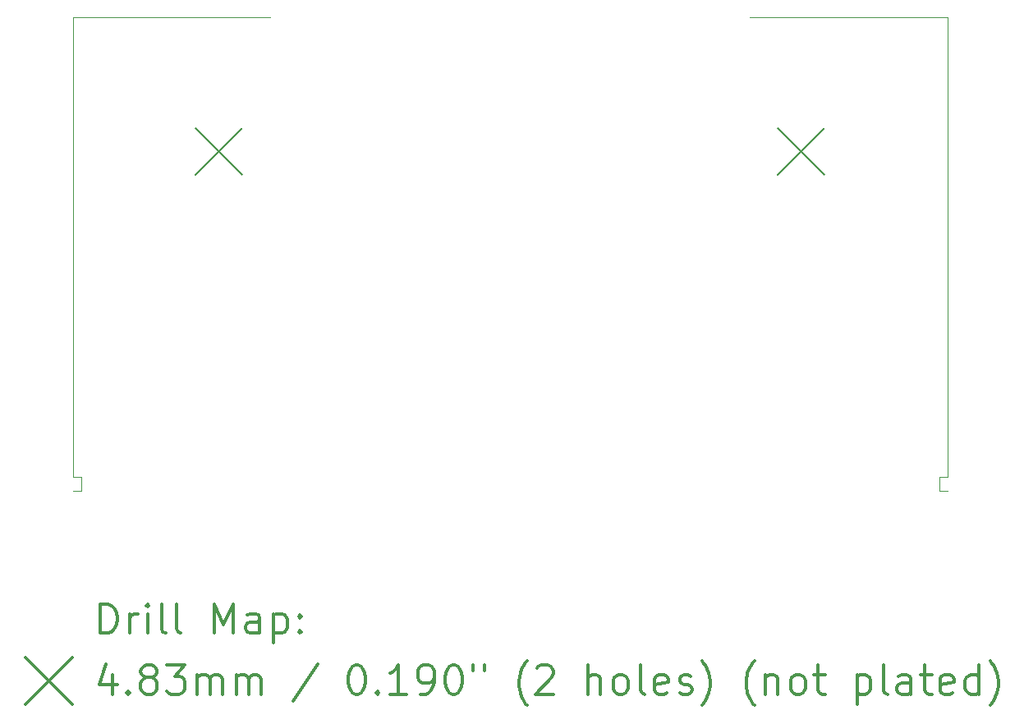
<source format=gbr>
%FSLAX45Y45*%
G04 Gerber Fmt 4.5, Leading zero omitted, Abs format (unit mm)*
G04 Created by KiCad (PCBNEW (5.1.9)-1) date 2021-06-11 00:57:44*
%MOMM*%
%LPD*%
G01*
G04 APERTURE LIST*
%TA.AperFunction,Profile*%
%ADD10C,0.050000*%
%TD*%
%ADD11C,0.200000*%
%ADD12C,0.300000*%
G04 APERTURE END LIST*
D10*
X19494500Y-6488000D02*
X17459101Y-6488000D01*
X19494500Y-11226800D02*
X19494500Y-6488000D01*
X10477500Y-6488000D02*
X12512899Y-6488000D01*
X10477500Y-11226800D02*
X10477500Y-6488000D01*
X10560050Y-11372850D02*
X10479162Y-11374025D01*
X10560050Y-11226800D02*
X10560050Y-11372850D01*
X10560050Y-11226800D02*
X10477500Y-11226800D01*
X19494500Y-11226800D02*
X19411950Y-11226800D01*
X19411950Y-11372850D02*
X19411950Y-11226800D01*
X19492625Y-11374000D02*
X19411950Y-11372850D01*
D11*
X11744700Y-7632700D02*
X12227300Y-8115300D01*
X12227300Y-7632700D02*
X11744700Y-8115300D01*
X17744700Y-7632700D02*
X18227300Y-8115300D01*
X18227300Y-7632700D02*
X17744700Y-8115300D01*
D12*
X10761428Y-12840246D02*
X10761428Y-12540246D01*
X10832857Y-12540246D01*
X10875714Y-12554532D01*
X10904286Y-12583103D01*
X10918571Y-12611675D01*
X10932857Y-12668818D01*
X10932857Y-12711675D01*
X10918571Y-12768818D01*
X10904286Y-12797389D01*
X10875714Y-12825961D01*
X10832857Y-12840246D01*
X10761428Y-12840246D01*
X11061428Y-12840246D02*
X11061428Y-12640246D01*
X11061428Y-12697389D02*
X11075714Y-12668818D01*
X11090000Y-12654532D01*
X11118571Y-12640246D01*
X11147143Y-12640246D01*
X11247143Y-12840246D02*
X11247143Y-12640246D01*
X11247143Y-12540246D02*
X11232857Y-12554532D01*
X11247143Y-12568818D01*
X11261428Y-12554532D01*
X11247143Y-12540246D01*
X11247143Y-12568818D01*
X11432857Y-12840246D02*
X11404286Y-12825961D01*
X11390000Y-12797389D01*
X11390000Y-12540246D01*
X11590000Y-12840246D02*
X11561428Y-12825961D01*
X11547143Y-12797389D01*
X11547143Y-12540246D01*
X11932857Y-12840246D02*
X11932857Y-12540246D01*
X12032857Y-12754532D01*
X12132857Y-12540246D01*
X12132857Y-12840246D01*
X12404286Y-12840246D02*
X12404286Y-12683103D01*
X12390000Y-12654532D01*
X12361428Y-12640246D01*
X12304286Y-12640246D01*
X12275714Y-12654532D01*
X12404286Y-12825961D02*
X12375714Y-12840246D01*
X12304286Y-12840246D01*
X12275714Y-12825961D01*
X12261428Y-12797389D01*
X12261428Y-12768818D01*
X12275714Y-12740246D01*
X12304286Y-12725961D01*
X12375714Y-12725961D01*
X12404286Y-12711675D01*
X12547143Y-12640246D02*
X12547143Y-12940246D01*
X12547143Y-12654532D02*
X12575714Y-12640246D01*
X12632857Y-12640246D01*
X12661428Y-12654532D01*
X12675714Y-12668818D01*
X12690000Y-12697389D01*
X12690000Y-12783103D01*
X12675714Y-12811675D01*
X12661428Y-12825961D01*
X12632857Y-12840246D01*
X12575714Y-12840246D01*
X12547143Y-12825961D01*
X12818571Y-12811675D02*
X12832857Y-12825961D01*
X12818571Y-12840246D01*
X12804286Y-12825961D01*
X12818571Y-12811675D01*
X12818571Y-12840246D01*
X12818571Y-12654532D02*
X12832857Y-12668818D01*
X12818571Y-12683103D01*
X12804286Y-12668818D01*
X12818571Y-12654532D01*
X12818571Y-12683103D01*
X9992400Y-13093232D02*
X10475000Y-13575832D01*
X10475000Y-13093232D02*
X9992400Y-13575832D01*
X10890000Y-13270246D02*
X10890000Y-13470246D01*
X10818571Y-13155961D02*
X10747143Y-13370246D01*
X10932857Y-13370246D01*
X11047143Y-13441675D02*
X11061428Y-13455961D01*
X11047143Y-13470246D01*
X11032857Y-13455961D01*
X11047143Y-13441675D01*
X11047143Y-13470246D01*
X11232857Y-13298818D02*
X11204286Y-13284532D01*
X11190000Y-13270246D01*
X11175714Y-13241675D01*
X11175714Y-13227389D01*
X11190000Y-13198818D01*
X11204286Y-13184532D01*
X11232857Y-13170246D01*
X11290000Y-13170246D01*
X11318571Y-13184532D01*
X11332857Y-13198818D01*
X11347143Y-13227389D01*
X11347143Y-13241675D01*
X11332857Y-13270246D01*
X11318571Y-13284532D01*
X11290000Y-13298818D01*
X11232857Y-13298818D01*
X11204286Y-13313103D01*
X11190000Y-13327389D01*
X11175714Y-13355961D01*
X11175714Y-13413103D01*
X11190000Y-13441675D01*
X11204286Y-13455961D01*
X11232857Y-13470246D01*
X11290000Y-13470246D01*
X11318571Y-13455961D01*
X11332857Y-13441675D01*
X11347143Y-13413103D01*
X11347143Y-13355961D01*
X11332857Y-13327389D01*
X11318571Y-13313103D01*
X11290000Y-13298818D01*
X11447143Y-13170246D02*
X11632857Y-13170246D01*
X11532857Y-13284532D01*
X11575714Y-13284532D01*
X11604286Y-13298818D01*
X11618571Y-13313103D01*
X11632857Y-13341675D01*
X11632857Y-13413103D01*
X11618571Y-13441675D01*
X11604286Y-13455961D01*
X11575714Y-13470246D01*
X11490000Y-13470246D01*
X11461428Y-13455961D01*
X11447143Y-13441675D01*
X11761428Y-13470246D02*
X11761428Y-13270246D01*
X11761428Y-13298818D02*
X11775714Y-13284532D01*
X11804286Y-13270246D01*
X11847143Y-13270246D01*
X11875714Y-13284532D01*
X11890000Y-13313103D01*
X11890000Y-13470246D01*
X11890000Y-13313103D02*
X11904286Y-13284532D01*
X11932857Y-13270246D01*
X11975714Y-13270246D01*
X12004286Y-13284532D01*
X12018571Y-13313103D01*
X12018571Y-13470246D01*
X12161428Y-13470246D02*
X12161428Y-13270246D01*
X12161428Y-13298818D02*
X12175714Y-13284532D01*
X12204286Y-13270246D01*
X12247143Y-13270246D01*
X12275714Y-13284532D01*
X12290000Y-13313103D01*
X12290000Y-13470246D01*
X12290000Y-13313103D02*
X12304286Y-13284532D01*
X12332857Y-13270246D01*
X12375714Y-13270246D01*
X12404286Y-13284532D01*
X12418571Y-13313103D01*
X12418571Y-13470246D01*
X13004286Y-13155961D02*
X12747143Y-13541675D01*
X13390000Y-13170246D02*
X13418571Y-13170246D01*
X13447143Y-13184532D01*
X13461428Y-13198818D01*
X13475714Y-13227389D01*
X13490000Y-13284532D01*
X13490000Y-13355961D01*
X13475714Y-13413103D01*
X13461428Y-13441675D01*
X13447143Y-13455961D01*
X13418571Y-13470246D01*
X13390000Y-13470246D01*
X13361428Y-13455961D01*
X13347143Y-13441675D01*
X13332857Y-13413103D01*
X13318571Y-13355961D01*
X13318571Y-13284532D01*
X13332857Y-13227389D01*
X13347143Y-13198818D01*
X13361428Y-13184532D01*
X13390000Y-13170246D01*
X13618571Y-13441675D02*
X13632857Y-13455961D01*
X13618571Y-13470246D01*
X13604286Y-13455961D01*
X13618571Y-13441675D01*
X13618571Y-13470246D01*
X13918571Y-13470246D02*
X13747143Y-13470246D01*
X13832857Y-13470246D02*
X13832857Y-13170246D01*
X13804286Y-13213103D01*
X13775714Y-13241675D01*
X13747143Y-13255961D01*
X14061428Y-13470246D02*
X14118571Y-13470246D01*
X14147143Y-13455961D01*
X14161428Y-13441675D01*
X14190000Y-13398818D01*
X14204286Y-13341675D01*
X14204286Y-13227389D01*
X14190000Y-13198818D01*
X14175714Y-13184532D01*
X14147143Y-13170246D01*
X14090000Y-13170246D01*
X14061428Y-13184532D01*
X14047143Y-13198818D01*
X14032857Y-13227389D01*
X14032857Y-13298818D01*
X14047143Y-13327389D01*
X14061428Y-13341675D01*
X14090000Y-13355961D01*
X14147143Y-13355961D01*
X14175714Y-13341675D01*
X14190000Y-13327389D01*
X14204286Y-13298818D01*
X14390000Y-13170246D02*
X14418571Y-13170246D01*
X14447143Y-13184532D01*
X14461428Y-13198818D01*
X14475714Y-13227389D01*
X14490000Y-13284532D01*
X14490000Y-13355961D01*
X14475714Y-13413103D01*
X14461428Y-13441675D01*
X14447143Y-13455961D01*
X14418571Y-13470246D01*
X14390000Y-13470246D01*
X14361428Y-13455961D01*
X14347143Y-13441675D01*
X14332857Y-13413103D01*
X14318571Y-13355961D01*
X14318571Y-13284532D01*
X14332857Y-13227389D01*
X14347143Y-13198818D01*
X14361428Y-13184532D01*
X14390000Y-13170246D01*
X14604286Y-13170246D02*
X14604286Y-13227389D01*
X14718571Y-13170246D02*
X14718571Y-13227389D01*
X15161428Y-13584532D02*
X15147143Y-13570246D01*
X15118571Y-13527389D01*
X15104286Y-13498818D01*
X15090000Y-13455961D01*
X15075714Y-13384532D01*
X15075714Y-13327389D01*
X15090000Y-13255961D01*
X15104286Y-13213103D01*
X15118571Y-13184532D01*
X15147143Y-13141675D01*
X15161428Y-13127389D01*
X15261428Y-13198818D02*
X15275714Y-13184532D01*
X15304286Y-13170246D01*
X15375714Y-13170246D01*
X15404286Y-13184532D01*
X15418571Y-13198818D01*
X15432857Y-13227389D01*
X15432857Y-13255961D01*
X15418571Y-13298818D01*
X15247143Y-13470246D01*
X15432857Y-13470246D01*
X15790000Y-13470246D02*
X15790000Y-13170246D01*
X15918571Y-13470246D02*
X15918571Y-13313103D01*
X15904286Y-13284532D01*
X15875714Y-13270246D01*
X15832857Y-13270246D01*
X15804286Y-13284532D01*
X15790000Y-13298818D01*
X16104286Y-13470246D02*
X16075714Y-13455961D01*
X16061428Y-13441675D01*
X16047143Y-13413103D01*
X16047143Y-13327389D01*
X16061428Y-13298818D01*
X16075714Y-13284532D01*
X16104286Y-13270246D01*
X16147143Y-13270246D01*
X16175714Y-13284532D01*
X16190000Y-13298818D01*
X16204286Y-13327389D01*
X16204286Y-13413103D01*
X16190000Y-13441675D01*
X16175714Y-13455961D01*
X16147143Y-13470246D01*
X16104286Y-13470246D01*
X16375714Y-13470246D02*
X16347143Y-13455961D01*
X16332857Y-13427389D01*
X16332857Y-13170246D01*
X16604286Y-13455961D02*
X16575714Y-13470246D01*
X16518571Y-13470246D01*
X16490000Y-13455961D01*
X16475714Y-13427389D01*
X16475714Y-13313103D01*
X16490000Y-13284532D01*
X16518571Y-13270246D01*
X16575714Y-13270246D01*
X16604286Y-13284532D01*
X16618571Y-13313103D01*
X16618571Y-13341675D01*
X16475714Y-13370246D01*
X16732857Y-13455961D02*
X16761428Y-13470246D01*
X16818571Y-13470246D01*
X16847143Y-13455961D01*
X16861428Y-13427389D01*
X16861428Y-13413103D01*
X16847143Y-13384532D01*
X16818571Y-13370246D01*
X16775714Y-13370246D01*
X16747143Y-13355961D01*
X16732857Y-13327389D01*
X16732857Y-13313103D01*
X16747143Y-13284532D01*
X16775714Y-13270246D01*
X16818571Y-13270246D01*
X16847143Y-13284532D01*
X16961428Y-13584532D02*
X16975714Y-13570246D01*
X17004286Y-13527389D01*
X17018571Y-13498818D01*
X17032857Y-13455961D01*
X17047143Y-13384532D01*
X17047143Y-13327389D01*
X17032857Y-13255961D01*
X17018571Y-13213103D01*
X17004286Y-13184532D01*
X16975714Y-13141675D01*
X16961428Y-13127389D01*
X17504286Y-13584532D02*
X17490000Y-13570246D01*
X17461428Y-13527389D01*
X17447143Y-13498818D01*
X17432857Y-13455961D01*
X17418571Y-13384532D01*
X17418571Y-13327389D01*
X17432857Y-13255961D01*
X17447143Y-13213103D01*
X17461428Y-13184532D01*
X17490000Y-13141675D01*
X17504286Y-13127389D01*
X17618571Y-13270246D02*
X17618571Y-13470246D01*
X17618571Y-13298818D02*
X17632857Y-13284532D01*
X17661428Y-13270246D01*
X17704286Y-13270246D01*
X17732857Y-13284532D01*
X17747143Y-13313103D01*
X17747143Y-13470246D01*
X17932857Y-13470246D02*
X17904286Y-13455961D01*
X17890000Y-13441675D01*
X17875714Y-13413103D01*
X17875714Y-13327389D01*
X17890000Y-13298818D01*
X17904286Y-13284532D01*
X17932857Y-13270246D01*
X17975714Y-13270246D01*
X18004286Y-13284532D01*
X18018571Y-13298818D01*
X18032857Y-13327389D01*
X18032857Y-13413103D01*
X18018571Y-13441675D01*
X18004286Y-13455961D01*
X17975714Y-13470246D01*
X17932857Y-13470246D01*
X18118571Y-13270246D02*
X18232857Y-13270246D01*
X18161428Y-13170246D02*
X18161428Y-13427389D01*
X18175714Y-13455961D01*
X18204286Y-13470246D01*
X18232857Y-13470246D01*
X18561428Y-13270246D02*
X18561428Y-13570246D01*
X18561428Y-13284532D02*
X18590000Y-13270246D01*
X18647143Y-13270246D01*
X18675714Y-13284532D01*
X18690000Y-13298818D01*
X18704286Y-13327389D01*
X18704286Y-13413103D01*
X18690000Y-13441675D01*
X18675714Y-13455961D01*
X18647143Y-13470246D01*
X18590000Y-13470246D01*
X18561428Y-13455961D01*
X18875714Y-13470246D02*
X18847143Y-13455961D01*
X18832857Y-13427389D01*
X18832857Y-13170246D01*
X19118571Y-13470246D02*
X19118571Y-13313103D01*
X19104286Y-13284532D01*
X19075714Y-13270246D01*
X19018571Y-13270246D01*
X18990000Y-13284532D01*
X19118571Y-13455961D02*
X19090000Y-13470246D01*
X19018571Y-13470246D01*
X18990000Y-13455961D01*
X18975714Y-13427389D01*
X18975714Y-13398818D01*
X18990000Y-13370246D01*
X19018571Y-13355961D01*
X19090000Y-13355961D01*
X19118571Y-13341675D01*
X19218571Y-13270246D02*
X19332857Y-13270246D01*
X19261428Y-13170246D02*
X19261428Y-13427389D01*
X19275714Y-13455961D01*
X19304286Y-13470246D01*
X19332857Y-13470246D01*
X19547143Y-13455961D02*
X19518571Y-13470246D01*
X19461428Y-13470246D01*
X19432857Y-13455961D01*
X19418571Y-13427389D01*
X19418571Y-13313103D01*
X19432857Y-13284532D01*
X19461428Y-13270246D01*
X19518571Y-13270246D01*
X19547143Y-13284532D01*
X19561428Y-13313103D01*
X19561428Y-13341675D01*
X19418571Y-13370246D01*
X19818571Y-13470246D02*
X19818571Y-13170246D01*
X19818571Y-13455961D02*
X19790000Y-13470246D01*
X19732857Y-13470246D01*
X19704286Y-13455961D01*
X19690000Y-13441675D01*
X19675714Y-13413103D01*
X19675714Y-13327389D01*
X19690000Y-13298818D01*
X19704286Y-13284532D01*
X19732857Y-13270246D01*
X19790000Y-13270246D01*
X19818571Y-13284532D01*
X19932857Y-13584532D02*
X19947143Y-13570246D01*
X19975714Y-13527389D01*
X19990000Y-13498818D01*
X20004286Y-13455961D01*
X20018571Y-13384532D01*
X20018571Y-13327389D01*
X20004286Y-13255961D01*
X19990000Y-13213103D01*
X19975714Y-13184532D01*
X19947143Y-13141675D01*
X19932857Y-13127389D01*
M02*

</source>
